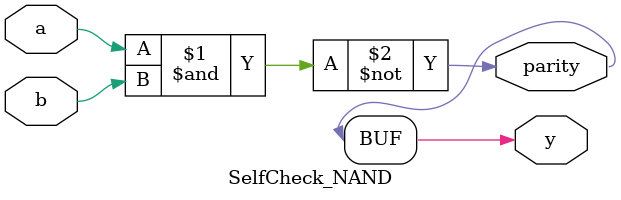
<source format=sv>
module SelfCheck_NAND(
    input a, b,
    output y,
    output parity
);
    assign y = ~(a & b);
    assign parity = ^y;  // 奇偶校验位
endmodule

</source>
